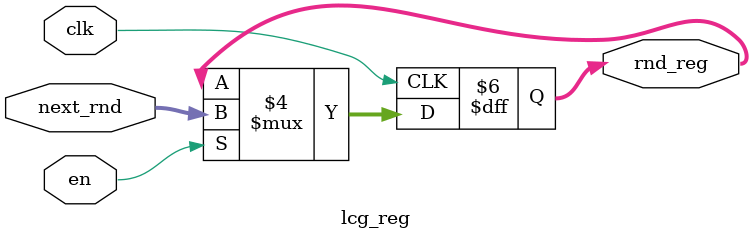
<source format=sv>
module rng_lcg_3(
    input            clk,
    input            en,
    output [7:0]     rnd
);
    parameter MULT = 8'd5;
    parameter INC  = 8'd1;

    wire [7:0] next_rnd;
    reg  [7:0] rnd_reg;

    // LCG Computation Submodule (with shift-add multiplier)
    lcg_compute_shiftadd #(
        .MULT(MULT),
        .INC(INC)
    ) u_lcg_compute (
        .current_rnd(rnd_reg),
        .next_rnd(next_rnd)
    );

    // LCG State Register Submodule
    lcg_reg u_lcg_reg (
        .clk(clk),
        .en(en),
        .next_rnd(next_rnd),
        .rnd_reg(rnd_reg)
    );

    assign rnd = rnd_reg;

endmodule

// ---------------------------------------------------------------------------
// Submodule: lcg_compute_shiftadd
// Function: Performs the LCG calculation: next_rnd = current_rnd * MULT + INC
//           Using shift-add (serial) multiplier
// ---------------------------------------------------------------------------
module lcg_compute_shiftadd #(
    parameter MULT = 8'd5,
    parameter INC  = 8'd1
)(
    input  [7:0] current_rnd,
    output [7:0] next_rnd
);
    reg [15:0] mult_result;
    integer i;

    always @* begin
        mult_result = 16'd0;
        for (i = 0; i < 8; i = i + 1) begin
            if (MULT[i])
                mult_result = mult_result + (current_rnd << i);
        end
    end

    assign next_rnd = mult_result[7:0] + INC;
endmodule

// ---------------------------------------------------------------------------
// Submodule: lcg_reg
// Function: 8-bit register with enable, initializes to 7 on reset
// ---------------------------------------------------------------------------
module lcg_reg(
    input        clk,
    input        en,
    input  [7:0] next_rnd,
    output reg [7:0] rnd_reg
);
    initial rnd_reg = 8'd7;
    always @(posedge clk) begin
        if (en)
            rnd_reg <= next_rnd;
    end
endmodule
</source>
